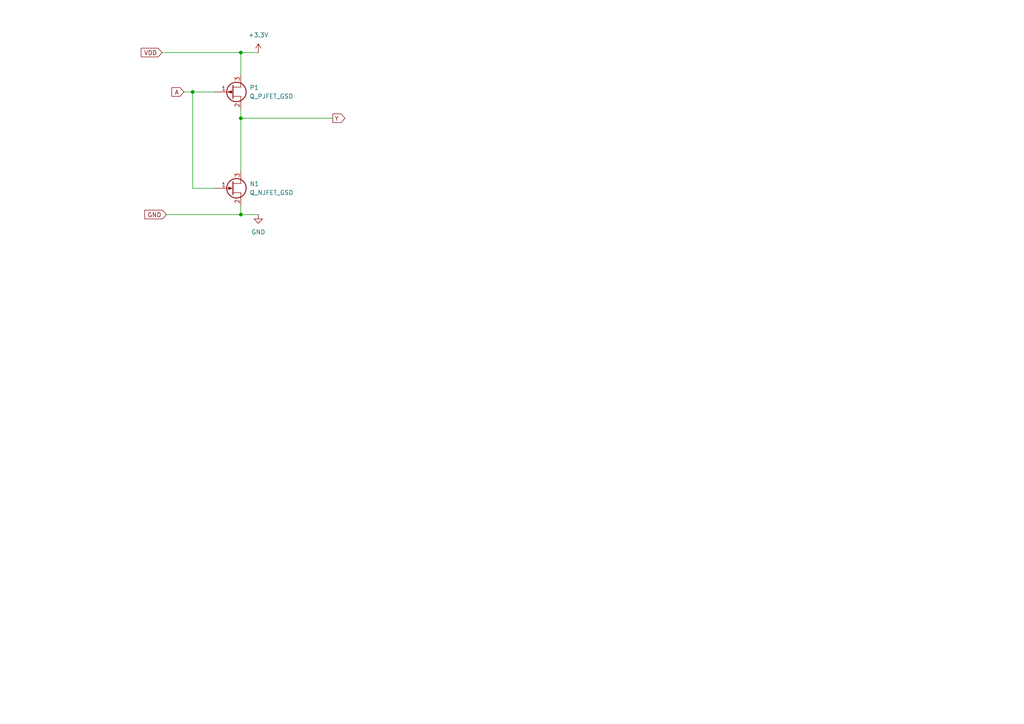
<source format=kicad_sch>
(kicad_sch (version 20250114) (generator "eeschema") (generator_version "9.0")
  (paper "A4")
  (lib_symbols
    (symbol "Device:Q_NJFET_GSD" (pin_names (offset 0) (hide yes))
      (property "Reference" "Q" (at 5.08 1.27 0))
      (property "Value" "Q_NJFET_GSD" (at 5.08 -1.27 0))
      (symbol "Q_NJFET_GSD_0_1"
        (polyline (pts (xy 0 0) (xy -1.016 0.381) (xy -1.016 -0.381) (xy 0 0)) (fill (type outline)))
        (polyline (pts (xy 0.254 1.905) (xy 0.254 -1.905) (xy 0.254 -1.905)) (stroke (width 0.254)))
        (circle (center 1.27 0) (radius 2.8194) (stroke (width 0.254)))
        (polyline (pts (xy 2.54 2.54) (xy 2.54 1.397) (xy 0.254 1.397)))
        (polyline (pts (xy 2.54 -2.54) (xy 2.54 -1.27) (xy 0.254 -1.27)))
      )
      (symbol "Q_NJFET_GSD_1_1"
        (pin input line (at -5.08 0 0) (length 5.334) (name "G") (number "1"))
        (pin passive line (at 2.54 5.08 270) (length 2.54) (name "D") (number "3"))
        (pin passive line (at 2.54 -5.08 90) (length 2.54) (name "S") (number "2"))
      )
    )
    (symbol "Device:Q_PJFET_GSD" (pin_names (offset 0) (hide yes))
      (property "Reference" "Q" (at 5.08 1.27 0))
      (property "Value" "Q_PJFET_GSD" (at 5.08 -1.27 0))
      (symbol "Q_PJFET_GSD_0_1"
        (polyline (pts (xy -1.143 0) (xy -0.127 0.381) (xy -0.127 -0.381) (xy -1.143 0)) (fill (type outline)))
        (polyline (pts (xy 0.254 1.905) (xy 0.254 -1.905) (xy 0.254 -1.905)) (stroke (width 0.254)))
        (circle (center 1.27 0) (radius 2.8194) (stroke (width 0.254)))
        (polyline (pts (xy 2.54 2.54) (xy 2.54 1.397) (xy 0.254 1.397)))
        (polyline (pts (xy 2.54 -2.54) (xy 2.54 -1.27) (xy 0.254 -1.27)))
      )
      (symbol "Q_PJFET_GSD_1_1"
        (pin input line (at -5.08 0 0) (length 5.334) (name "G") (number "1"))
        (pin passive line (at 2.54 5.08 270) (length 2.54) (name "D") (number "3"))
        (pin passive line (at 2.54 -5.08 90) (length 2.54) (name "S") (number "2"))
      )
    )
    (symbol "power:+3.3V" (power) (pin_numbers (hide yes)) (pin_names (offset 0) (hide yes))
      (property "Value" "+3.3V" (at 0 3.556 0))
      (symbol "+3.3V_0_1"
        (polyline (pts (xy -0.762 1.27) (xy 0 2.54)))
        (polyline (pts (xy 0 2.54) (xy 0.762 1.27)))
        (polyline (pts (xy 0 0) (xy 0 2.54)))
      )
      (symbol "+3.3V_1_1"
        (pin power_in line (at 0 0 90) (length 0) (name "~") (number "1"))
      )
    )
    (symbol "power:GND" (power) (pin_numbers (hide yes)) (pin_names (offset 0) (hide yes))
      (property "Value" "GND" (at 0 -3.81 0))
      (symbol "GND_0_1"
        (polyline (pts (xy 0 0) (xy 0 -1.27) (xy 1.27 -1.27) (xy 0 -2.54) (xy -1.27 -1.27) (xy 0 -1.27)))
      )
      (symbol "GND_1_1"
        (pin power_in line (at 0 0 270) (length 0) (name "~") (number "1"))
      )
    )
  )
  (junction (at 69.85 34.29))
  (junction (at 69.85 62.23))
  (junction (at 55.88 26.67))
  (junction (at 69.85 15.24))
  (wire (pts (xy 69.85 15.24) (xy 69.85 21.59)))
  (wire (pts (xy 69.85 59.69) (xy 69.85 62.23)))
  (wire (pts (xy 69.85 62.23) (xy 74.93 62.23)))
  (wire (pts (xy 69.85 34.29) (xy 96.52 34.29)))
  (wire (pts (xy 55.88 54.61) (xy 62.23 54.61)))
  (wire (pts (xy 53.34 26.67) (xy 55.88 26.67)))
  (wire (pts (xy 55.88 26.67) (xy 55.88 54.61)))
  (wire (pts (xy 55.88 26.67) (xy 62.23 26.67)))
  (wire (pts (xy 48.26 62.23) (xy 69.85 62.23)))
  (wire (pts (xy 69.85 15.24) (xy 74.93 15.24)))
  (wire (pts (xy 46.99 15.24) (xy 69.85 15.24)))
  (wire (pts (xy 69.85 34.29) (xy 69.85 49.53)))
  (wire (pts (xy 69.85 31.75) (xy 69.85 34.29)))
  (global_label "A" (shape input) (at 53.34 26.67 180) (property "Intersheetrefs" "${INTERSHEET_REFS}" (effects (hide yes))))
  (global_label "GND" (shape input) (at 48.26 62.23 180) (property "Intersheetrefs" "${INTERSHEET_REFS}" (effects (hide yes))))
  (global_label "VDD" (shape input) (at 46.99 15.24 180) (property "Intersheetrefs" "${INTERSHEET_REFS}" (effects (hide yes))))
  (global_label "Y" (shape output) (at 96.52 34.29 0) (property "Intersheetrefs" "${INTERSHEET_REFS}" (effects (hide yes))))
  (symbol (lib_id "Device:Q_NJFET_GSD") (at 67.31 54.61 0) (unit 1)
    (property "Reference" "N1" (at 72.39 53.3399 0) (effects (justify left)))
    (property "Value" "Q_NJFET_GSD" (at 72.39 55.8799 0) (effects (justify left)))
    (property "Footprint" "Package_TO_SOT_SMD:SOT-523" (effects (hide yes)))
    (property "Description" "N-JFET transistor, gate/source/drain" (effects (hide yes)))
  )
  (symbol (lib_id "power:+3.3V") (at 74.93 15.24 0) (unit 1)
    (property "Reference" "#PWR01" (effects (hide yes)))
    (property "Value" "+3.3V" (at 74.93 10.16 0))
    (property "Description" "Power symbol creates a global label with name \"+3.3V\"" (effects (hide yes)))
  )
  (symbol (lib_id "Device:Q_PJFET_GSD") (at 67.31 26.67 0) (unit 1)
    (property "Reference" "P1" (at 72.39 25.3999 0) (effects (justify left)))
    (property "Value" "Q_PJFET_GSD" (at 72.39 27.9399 0) (effects (justify left)))
    (property "Footprint" "Package_TO_SOT_SMD:SOT-523" (effects (hide yes)))
    (property "Description" "P-JFET transistor, gate/source/drain" (effects (hide yes)))
  )
  (symbol (lib_id "power:GND") (at 74.93 62.23 0) (unit 1)
    (property "Reference" "#PWR02" (effects (hide yes)))
    (property "Value" "GND" (at 74.93 67.31 0))
    (property "Description" "Power symbol creates a global label with name \"GND\" , ground" (effects (hide yes)))
  )
)
</source>
